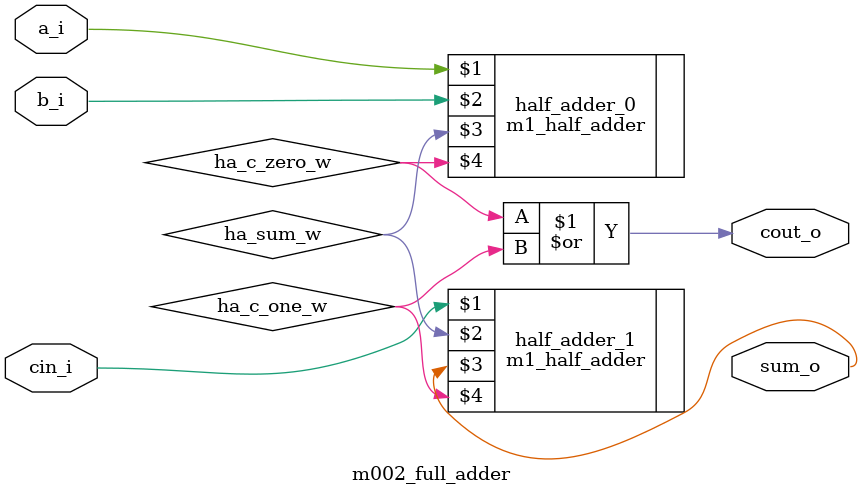
<source format=sv>
`timescale 1ns / 1ps
/* This full-adder is a combinational logic circuit that performs 
binary addition of three 1-bit binary inputs - two operands and 
a carry bit - with the output being a sum and carry bit.

    This implementation of the full-adder will make use of two 
half-adders in series to produce the sum out signal, as well 
as an OR-gate to produce the carry out signal.*/
//////////////////////////////////////////////////////////////////////////////////

module m002_full_adder(
    input logic a_i,
    input logic b_i,
    input logic cin_i,
    output logic sum_o,
    output logic cout_o
    );
    
    wire ha_sum_w;
    wire ha_c_zero_w;
    wire ha_c_one_w;    
    m1_half_adder half_adder_0(a_i,b_i,ha_sum_w,ha_c_zero_w);
    m1_half_adder half_adder_1(cin_i, ha_sum_w, sum_o, ha_c_one_w);
    
    assign cout_o = ha_c_zero_w | ha_c_one_w;
    
endmodule
</source>
